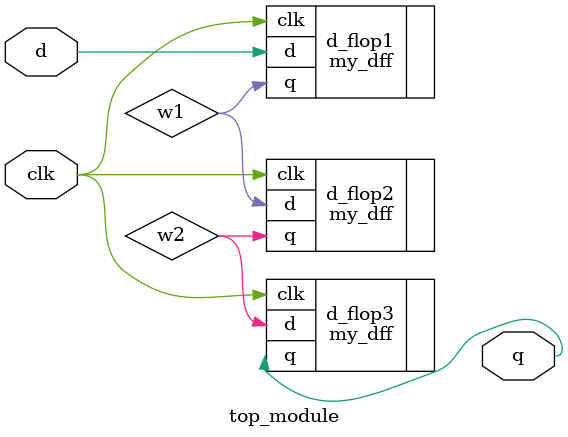
<source format=v>
module top_module ( input clk, input d, output q );
     wire w1,w2,con2;
    
    my_dff d_flop1(.clk(clk),.d(d),.q(w1));
    my_dff d_flop2(.clk(clk),.d(w1),.q(w2));
    my_dff d_flop3(.clk(clk),.d(w2),.q(q));

endmodule

</source>
